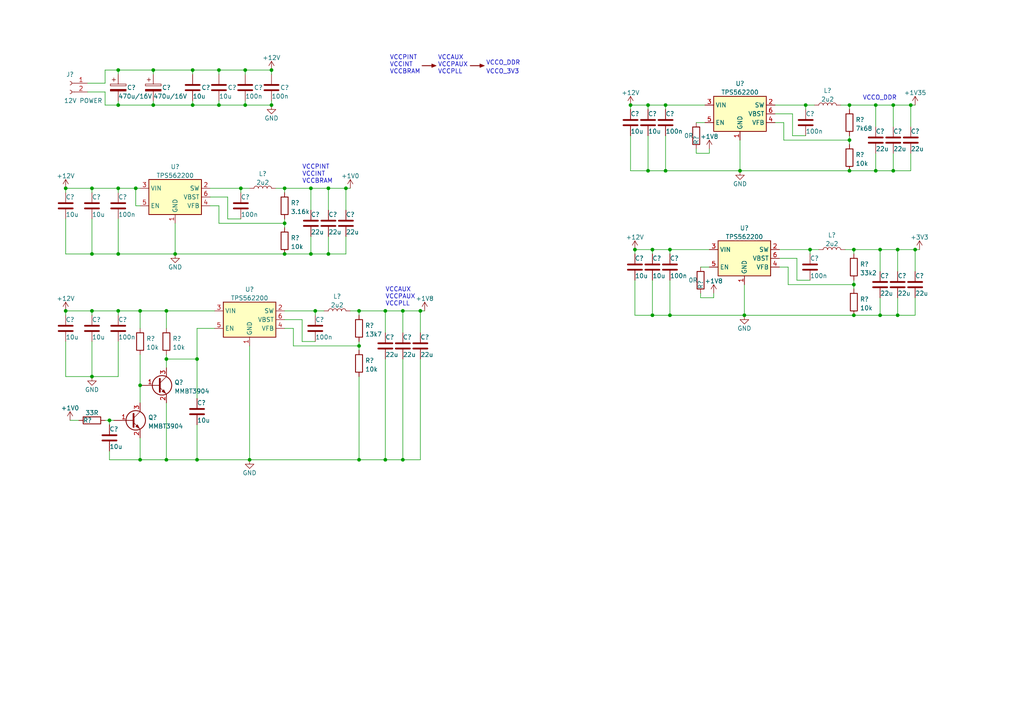
<source format=kicad_sch>
(kicad_sch (version 20211123) (generator eeschema)
  (paper "A4")
  (lib_symbols
    (symbol "Connector:Conn_01x02_Female" (pin_names (offset 1.016) hide)
      (property "Reference" "J" (at 0 2.54 0))
      (property "Value" "Conn_01x02_Female" (at 0 -5.08 0))
      (symbol "Conn_01x02_Female_1_1"
        (arc (start 0 -2.032) (mid -0.508 -2.54) (end 0 -3.048) (stroke (width 0.1524)))
        (polyline (pts (xy -1.27 -2.54) (xy -0.508 -2.54)) (stroke (width 0.1524)))
        (polyline (pts (xy -1.27 0) (xy -0.508 0)) (stroke (width 0.1524)))
        (arc (start 0 0.508) (mid -0.508 0) (end 0 -0.508) (stroke (width 0.1524)))
        (pin passive line (at -5.08 0 0) (length 3.81) (name "Pin_1") (number "1"))
        (pin passive line (at -5.08 -2.54 0) (length 3.81) (name "Pin_2") (number "2"))
      )
    )
    (symbol "Device:C" (pin_numbers hide) (pin_names (offset 0.254))
      (property "Reference" "C" (at 0.635 2.54 0))
      (property "Value" "C" (at 0.635 -2.54 0))
      (symbol "C_0_1"
        (polyline (pts (xy -2.032 -0.762) (xy 2.032 -0.762)) (stroke (width 0.508)))
        (polyline (pts (xy -2.032 0.762) (xy 2.032 0.762)) (stroke (width 0.508)))
      )
      (symbol "C_1_1"
        (pin passive line (at 0 3.81 270) (length 2.794) (name "~") (number "1"))
        (pin passive line (at 0 -3.81 90) (length 2.794) (name "~") (number "2"))
      )
    )
    (symbol "Device:C_Polarized" (pin_numbers hide) (pin_names (offset 0.254))
      (property "Reference" "C" (at 0.635 2.54 0))
      (property "Value" "C_Polarized" (at 0.635 -2.54 0))
      (symbol "C_Polarized_0_1"
        (rectangle (start -2.286 0.508) (end 2.286 1.016))
        (polyline (pts (xy -1.778 2.286) (xy -0.762 2.286)))
        (polyline (pts (xy -1.27 2.794) (xy -1.27 1.778)))
        (rectangle (start 2.286 -0.508) (end -2.286 -1.016) (fill (type outline)))
      )
      (symbol "C_Polarized_1_1"
        (pin passive line (at 0 3.81 270) (length 2.794) (name "~") (number "1"))
        (pin passive line (at 0 -3.81 90) (length 2.794) (name "~") (number "2"))
      )
    )
    (symbol "Device:L" (pin_numbers hide) (pin_names (offset 1.016) hide)
      (property "Reference" "L" (at -1.27 0 90))
      (property "Value" "L" (at 1.905 0 90))
      (symbol "L_0_1"
        (arc (start 0 -2.54) (mid 0.635 -1.905) (end 0 -1.27))
        (arc (start 0 -1.27) (mid 0.635 -0.635) (end 0 0))
        (arc (start 0 0) (mid 0.635 0.635) (end 0 1.27))
        (arc (start 0 1.27) (mid 0.635 1.905) (end 0 2.54))
      )
      (symbol "L_1_1"
        (pin passive line (at 0 3.81 270) (length 1.27) (name "1") (number "1"))
        (pin passive line (at 0 -3.81 90) (length 1.27) (name "2") (number "2"))
      )
    )
    (symbol "Device:R" (pin_numbers hide) (pin_names (offset 0))
      (property "Reference" "R" (at 2.032 0 90))
      (property "Value" "R" (at 0 0 90))
      (symbol "R_0_1"
        (rectangle (start -1.016 -2.54) (end 1.016 2.54) (stroke (width 0.254)))
      )
      (symbol "R_1_1"
        (pin passive line (at 0 3.81 270) (length 1.27) (name "~") (number "1"))
        (pin passive line (at 0 -3.81 90) (length 1.27) (name "~") (number "2"))
      )
    )
    (symbol "Graphic:SYM_Arrow_Small" (pin_names (offset 1.016))
      (symbol "SYM_Arrow_Small_0_1"
        (polyline (pts (xy 1.524 0) (xy -2.032 0)) (stroke (width 0.254)))
        (polyline (pts (xy 2.032 0) (xy 0.762 -0.508) (xy 0.762 0.508) (xy 2.032 0)) (fill (type outline)))
      )
    )
    (symbol "Regulator_Switching:TPS562200"
      (property "Reference" "U" (at -7.62 6.35 0))
      (property "Value" "TPS562200" (at -2.54 6.35 0))
      (symbol "TPS562200_0_1"
        (rectangle (start -7.62 5.08) (end 7.62 -5.08) (stroke (width 0.254)) (fill (type background)))
      )
      (symbol "TPS562200_1_1"
        (pin power_in line (at 0 -7.62 90) (length 2.54) (name "GND") (number "1"))
        (pin output line (at 10.16 2.54 180) (length 2.54) (name "SW") (number "2"))
        (pin power_in line (at -10.16 2.54 0) (length 2.54) (name "VIN") (number "3"))
        (pin input line (at 10.16 -2.54 180) (length 2.54) (name "VFB") (number "4"))
        (pin input line (at -10.16 -2.54 0) (length 2.54) (name "EN") (number "5"))
        (pin passive line (at 10.16 0 180) (length 2.54) (name "VBST") (number "6"))
      )
    )
    (symbol "Transistor_BJT:MMBT3904" (pin_names (offset 0) hide)
      (property "Reference" "Q" (at 5.08 1.905 0))
      (property "Value" "MMBT3904" (at 5.08 0 0))
      (symbol "MMBT3904_0_1"
        (polyline (pts (xy 0.635 0.635) (xy 2.54 2.54)))
        (polyline (pts (xy 0.635 -0.635) (xy 2.54 -2.54) (xy 2.54 -2.54)))
        (polyline (pts (xy 0.635 1.905) (xy 0.635 -1.905) (xy 0.635 -1.905)) (stroke (width 0.508)))
        (polyline (pts (xy 1.27 -1.778) (xy 1.778 -1.27) (xy 2.286 -2.286) (xy 1.27 -1.778) (xy 1.27 -1.778)) (fill (type outline)))
        (circle (center 1.27 0) (radius 2.8194) (stroke (width 0.254)))
      )
      (symbol "MMBT3904_1_1"
        (pin input line (at -5.08 0 0) (length 5.715) (name "B") (number "1"))
        (pin passive line (at 2.54 -5.08 90) (length 2.54) (name "E") (number "2"))
        (pin passive line (at 2.54 5.08 270) (length 2.54) (name "C") (number "3"))
      )
    )
    (symbol "power:+12V" (power) (pin_names (offset 0))
      (property "Value" "+12V" (at 0 3.556 0))
      (symbol "+12V_0_1"
        (polyline (pts (xy -0.762 1.27) (xy 0 2.54)))
        (polyline (pts (xy 0 0) (xy 0 2.54)))
        (polyline (pts (xy 0 2.54) (xy 0.762 1.27)))
      )
      (symbol "+12V_1_1"
        (pin power_in line (at 0 0 90) (length 0) hide (name "+12V") (number "1"))
      )
    )
    (symbol "power:+1V0" (power) (pin_names (offset 0))
      (property "Value" "+1V0" (at 0 3.556 0))
      (symbol "+1V0_0_1"
        (polyline (pts (xy -0.762 1.27) (xy 0 2.54)))
        (polyline (pts (xy 0 0) (xy 0 2.54)))
        (polyline (pts (xy 0 2.54) (xy 0.762 1.27)))
      )
      (symbol "+1V0_1_1"
        (pin power_in line (at 0 0 90) (length 0) hide (name "+1V0") (number "1"))
      )
    )
    (symbol "power:+1V35" (power) (pin_names (offset 0))
      (property "Value" "+1V35" (at 0 3.556 0))
      (symbol "+1V35_0_1"
        (polyline (pts (xy -0.762 1.27) (xy 0 2.54)))
        (polyline (pts (xy 0 0) (xy 0 2.54)))
        (polyline (pts (xy 0 2.54) (xy 0.762 1.27)))
      )
      (symbol "+1V35_1_1"
        (pin power_in line (at 0 0 90) (length 0) hide (name "+1V35") (number "1"))
      )
    )
    (symbol "power:+1V8" (power) (pin_names (offset 0))
      (property "Value" "+1V8" (at 0 3.556 0))
      (symbol "+1V8_0_1"
        (polyline (pts (xy -0.762 1.27) (xy 0 2.54)))
        (polyline (pts (xy 0 0) (xy 0 2.54)))
        (polyline (pts (xy 0 2.54) (xy 0.762 1.27)))
      )
      (symbol "+1V8_1_1"
        (pin power_in line (at 0 0 90) (length 0) hide (name "+1V8") (number "1"))
      )
    )
    (symbol "power:+3.3V" (power) (pin_names (offset 0))
      (property "Value" "+3.3V" (at 0 3.556 0))
      (symbol "+3.3V_0_1"
        (polyline (pts (xy -0.762 1.27) (xy 0 2.54)))
        (polyline (pts (xy 0 0) (xy 0 2.54)))
        (polyline (pts (xy 0 2.54) (xy 0.762 1.27)))
      )
      (symbol "+3.3V_1_1"
        (pin power_in line (at 0 0 90) (length 0) hide (name "+3V3") (number "1"))
      )
    )
    (symbol "power:GND" (power) (pin_names (offset 0))
      (property "Value" "GND" (at 0 -3.81 0))
      (symbol "GND_0_1"
        (polyline (pts (xy 0 0) (xy 0 -1.27) (xy 1.27 -1.27) (xy 0 -2.54) (xy -1.27 -1.27) (xy 0 -1.27)))
      )
      (symbol "GND_1_1"
        (pin power_in line (at 0 0 270) (length 0) hide (name "GND") (number "1"))
      )
    )
  )
  (junction (at 63.5 20.32))
  (junction (at 104.14 90.17))
  (junction (at 264.16 30.48))
  (junction (at 90.17 54.61))
  (junction (at 259.08 49.53))
  (junction (at 91.44 90.17))
  (junction (at 63.5 30.48))
  (junction (at 104.14 100.33))
  (junction (at 265.43 72.39))
  (junction (at 71.12 30.48))
  (junction (at 254 30.48))
  (junction (at 26.67 73.66))
  (junction (at 39.37 54.61))
  (junction (at 69.85 54.61))
  (junction (at 182.88 30.48))
  (junction (at 193.04 30.48))
  (junction (at 247.65 72.39))
  (junction (at 193.04 49.53))
  (junction (at 184.15 72.39))
  (junction (at 254 49.53))
  (junction (at 31.75 121.92))
  (junction (at 26.67 90.17))
  (junction (at 104.14 133.35))
  (junction (at 78.74 20.32))
  (junction (at 100.33 54.61))
  (junction (at 55.88 30.48))
  (junction (at 259.08 30.48))
  (junction (at 260.35 72.39))
  (junction (at 44.45 20.32))
  (junction (at 44.45 30.48))
  (junction (at 214.63 49.53))
  (junction (at 40.64 90.17))
  (junction (at 40.64 133.35))
  (junction (at 78.74 30.48))
  (junction (at 246.38 30.48))
  (junction (at 233.68 30.48))
  (junction (at 72.39 133.35))
  (junction (at 26.67 54.61))
  (junction (at 34.29 20.32))
  (junction (at 57.15 104.14))
  (junction (at 34.29 54.61))
  (junction (at 121.92 90.17))
  (junction (at 82.55 54.61))
  (junction (at 55.88 20.32))
  (junction (at 95.25 73.66))
  (junction (at 187.96 49.53))
  (junction (at 247.65 82.55))
  (junction (at 234.95 72.39))
  (junction (at 246.38 49.53))
  (junction (at 40.64 111.76))
  (junction (at 189.23 72.39))
  (junction (at 255.27 72.39))
  (junction (at 82.55 73.66))
  (junction (at 255.27 91.44))
  (junction (at 260.35 91.44))
  (junction (at 189.23 91.44))
  (junction (at 187.96 30.48))
  (junction (at 246.38 40.64))
  (junction (at 34.29 73.66))
  (junction (at 50.8 73.66))
  (junction (at 57.15 133.35))
  (junction (at 215.9 91.44))
  (junction (at 48.26 133.35))
  (junction (at 116.84 133.35))
  (junction (at 194.31 72.39))
  (junction (at 111.76 133.35))
  (junction (at 111.76 90.17))
  (junction (at 34.29 90.17))
  (junction (at 34.29 30.48))
  (junction (at 71.12 20.32))
  (junction (at 48.26 90.17))
  (junction (at 116.84 90.17))
  (junction (at 19.05 54.61))
  (junction (at 95.25 54.61))
  (junction (at 19.05 90.17))
  (junction (at 194.31 91.44))
  (junction (at 48.26 104.14))
  (junction (at 247.65 91.44))
  (junction (at 90.17 73.66))
  (junction (at 26.67 109.22))
  (junction (at 82.55 64.77))
  (wire (pts (xy 228.6 82.55) (xy 247.65 82.55)))
  (wire (pts (xy 243.84 30.48) (xy 246.38 30.48)))
  (wire (pts (xy 25.4 24.13) (xy 30.48 24.13)))
  (wire (pts (xy 40.64 90.17) (xy 48.26 90.17)))
  (wire (pts (xy 48.26 90.17) (xy 62.23 90.17)))
  (wire (pts (xy 34.29 29.21) (xy 34.29 30.48)))
  (wire (pts (xy 247.65 81.28) (xy 247.65 82.55)))
  (wire (pts (xy 95.25 60.96) (xy 95.25 54.61)))
  (wire (pts (xy 44.45 20.32) (xy 44.45 21.59)))
  (wire (pts (xy 101.6 90.17) (xy 104.14 90.17)))
  (wire (pts (xy 69.85 54.61) (xy 72.39 54.61)))
  (wire (pts (xy 72.39 100.33) (xy 72.39 133.35)))
  (wire (pts (xy 265.43 72.39) (xy 265.43 78.74)))
  (wire (pts (xy 34.29 55.88) (xy 34.29 54.61)))
  (wire (pts (xy 231.14 74.93) (xy 226.06 74.93)))
  (wire (pts (xy 254 30.48) (xy 254 36.83)))
  (wire (pts (xy 187.96 39.37) (xy 187.96 49.53)))
  (wire (pts (xy 40.64 133.35) (xy 40.64 127)))
  (wire (pts (xy 264.16 44.45) (xy 264.16 49.53)))
  (wire (pts (xy 214.63 40.64) (xy 214.63 49.53)))
  (wire (pts (xy 48.26 116.84) (xy 48.26 133.35)))
  (wire (pts (xy 26.67 55.88) (xy 26.67 54.61)))
  (wire (pts (xy 187.96 49.53) (xy 193.04 49.53)))
  (wire (pts (xy 189.23 72.39) (xy 194.31 72.39)))
  (wire (pts (xy 66.04 63.5) (xy 66.04 57.15)))
  (wire (pts (xy 91.44 90.17) (xy 91.44 91.44)))
  (wire (pts (xy 214.63 49.53) (xy 246.38 49.53)))
  (wire (pts (xy 184.15 91.44) (xy 184.15 81.28)))
  (wire (pts (xy 254 49.53) (xy 259.08 49.53)))
  (wire (pts (xy 246.38 49.53) (xy 254 49.53)))
  (wire (pts (xy 247.65 72.39) (xy 247.65 73.66)))
  (wire (pts (xy 31.75 130.81) (xy 31.75 133.35)))
  (wire (pts (xy 121.92 90.17) (xy 123.19 90.17)))
  (wire (pts (xy 34.29 20.32) (xy 44.45 20.32)))
  (wire (pts (xy 82.55 63.5) (xy 82.55 64.77)))
  (wire (pts (xy 189.23 81.28) (xy 189.23 91.44)))
  (wire (pts (xy 34.29 90.17) (xy 40.64 90.17)))
  (wire (pts (xy 30.48 24.13) (xy 30.48 20.32)))
  (wire (pts (xy 55.88 21.59) (xy 55.88 20.32)))
  (wire (pts (xy 224.79 30.48) (xy 233.68 30.48)))
  (wire (pts (xy 85.09 95.25) (xy 85.09 100.33)))
  (wire (pts (xy 265.43 86.36) (xy 265.43 91.44)))
  (wire (pts (xy 215.9 82.55) (xy 215.9 91.44)))
  (wire (pts (xy 48.26 104.14) (xy 57.15 104.14)))
  (wire (pts (xy 259.08 44.45) (xy 259.08 49.53)))
  (wire (pts (xy 82.55 95.25) (xy 85.09 95.25)))
  (wire (pts (xy 62.23 95.25) (xy 57.15 95.25)))
  (wire (pts (xy 40.64 133.35) (xy 48.26 133.35)))
  (wire (pts (xy 260.35 72.39) (xy 265.43 72.39)))
  (wire (pts (xy 260.35 78.74) (xy 260.35 72.39)))
  (wire (pts (xy 91.44 90.17) (xy 93.98 90.17)))
  (wire (pts (xy 203.2 77.47) (xy 205.74 77.47)))
  (wire (pts (xy 194.31 81.28) (xy 194.31 91.44)))
  (wire (pts (xy 82.55 54.61) (xy 90.17 54.61)))
  (wire (pts (xy 247.65 72.39) (xy 255.27 72.39)))
  (wire (pts (xy 233.68 39.37) (xy 229.87 39.37)))
  (wire (pts (xy 227.33 35.56) (xy 227.33 40.64)))
  (wire (pts (xy 104.14 133.35) (xy 111.76 133.35)))
  (wire (pts (xy 116.84 90.17) (xy 121.92 90.17)))
  (wire (pts (xy 50.8 73.66) (xy 82.55 73.66)))
  (wire (pts (xy 63.5 29.21) (xy 63.5 30.48)))
  (wire (pts (xy 72.39 133.35) (xy 104.14 133.35)))
  (wire (pts (xy 233.68 30.48) (xy 233.68 31.75)))
  (wire (pts (xy 26.67 99.06) (xy 26.67 109.22)))
  (wire (pts (xy 255.27 72.39) (xy 260.35 72.39)))
  (wire (pts (xy 187.96 31.75) (xy 187.96 30.48)))
  (wire (pts (xy 259.08 30.48) (xy 264.16 30.48)))
  (wire (pts (xy 184.15 72.39) (xy 189.23 72.39)))
  (wire (pts (xy 121.92 104.14) (xy 121.92 133.35)))
  (wire (pts (xy 66.04 57.15) (xy 60.96 57.15)))
  (wire (pts (xy 264.16 30.48) (xy 264.16 36.83)))
  (wire (pts (xy 26.67 90.17) (xy 34.29 90.17)))
  (wire (pts (xy 189.23 73.66) (xy 189.23 72.39)))
  (wire (pts (xy 31.75 133.35) (xy 40.64 133.35)))
  (wire (pts (xy 48.26 102.87) (xy 48.26 104.14)))
  (wire (pts (xy 116.84 104.14) (xy 116.84 133.35)))
  (wire (pts (xy 194.31 72.39) (xy 205.74 72.39)))
  (wire (pts (xy 40.64 102.87) (xy 40.64 111.76)))
  (wire (pts (xy 78.74 29.21) (xy 78.74 30.48)))
  (wire (pts (xy 254 44.45) (xy 254 49.53)))
  (wire (pts (xy 95.25 68.58) (xy 95.25 73.66)))
  (wire (pts (xy 34.29 91.44) (xy 34.29 90.17)))
  (wire (pts (xy 95.25 54.61) (xy 100.33 54.61)))
  (wire (pts (xy 246.38 30.48) (xy 246.38 31.75)))
  (wire (pts (xy 63.5 21.59) (xy 63.5 20.32)))
  (wire (pts (xy 194.31 91.44) (xy 215.9 91.44)))
  (wire (pts (xy 246.38 30.48) (xy 254 30.48)))
  (wire (pts (xy 80.01 54.61) (xy 82.55 54.61)))
  (wire (pts (xy 182.88 49.53) (xy 187.96 49.53)))
  (wire (pts (xy 194.31 73.66) (xy 194.31 72.39)))
  (wire (pts (xy 215.9 91.44) (xy 247.65 91.44)))
  (wire (pts (xy 91.44 99.06) (xy 87.63 99.06)))
  (wire (pts (xy 95.25 73.66) (xy 100.33 73.66)))
  (wire (pts (xy 207.01 85.09) (xy 207.01 86.36)))
  (wire (pts (xy 34.29 54.61) (xy 39.37 54.61)))
  (wire (pts (xy 71.12 29.21) (xy 71.12 30.48)))
  (wire (pts (xy 44.45 30.48) (xy 55.88 30.48)))
  (wire (pts (xy 193.04 49.53) (xy 214.63 49.53)))
  (wire (pts (xy 104.14 90.17) (xy 111.76 90.17)))
  (wire (pts (xy 87.63 92.71) (xy 82.55 92.71)))
  (wire (pts (xy 201.93 44.45) (xy 201.93 43.18)))
  (wire (pts (xy 234.95 72.39) (xy 237.49 72.39)))
  (wire (pts (xy 233.68 30.48) (xy 236.22 30.48)))
  (wire (pts (xy 19.05 90.17) (xy 26.67 90.17)))
  (wire (pts (xy 44.45 29.21) (xy 44.45 30.48)))
  (wire (pts (xy 78.74 20.32) (xy 71.12 20.32)))
  (wire (pts (xy 90.17 54.61) (xy 95.25 54.61)))
  (wire (pts (xy 228.6 77.47) (xy 228.6 82.55)))
  (wire (pts (xy 259.08 49.53) (xy 264.16 49.53)))
  (wire (pts (xy 111.76 90.17) (xy 111.76 96.52)))
  (wire (pts (xy 100.33 54.61) (xy 100.33 60.96)))
  (wire (pts (xy 226.06 72.39) (xy 234.95 72.39)))
  (wire (pts (xy 116.84 96.52) (xy 116.84 90.17)))
  (wire (pts (xy 100.33 68.58) (xy 100.33 73.66)))
  (wire (pts (xy 40.64 90.17) (xy 40.64 95.25)))
  (wire (pts (xy 19.05 54.61) (xy 26.67 54.61)))
  (wire (pts (xy 82.55 54.61) (xy 82.55 55.88)))
  (wire (pts (xy 100.33 54.61) (xy 101.6 54.61)))
  (wire (pts (xy 26.67 73.66) (xy 34.29 73.66)))
  (wire (pts (xy 87.63 99.06) (xy 87.63 92.71)))
  (wire (pts (xy 34.29 99.06) (xy 34.29 109.22)))
  (wire (pts (xy 26.67 54.61) (xy 34.29 54.61)))
  (wire (pts (xy 39.37 54.61) (xy 39.37 59.69)))
  (wire (pts (xy 30.48 121.92) (xy 31.75 121.92)))
  (wire (pts (xy 48.26 90.17) (xy 48.26 95.25)))
  (wire (pts (xy 184.15 91.44) (xy 189.23 91.44)))
  (wire (pts (xy 255.27 86.36) (xy 255.27 91.44)))
  (wire (pts (xy 187.96 30.48) (xy 193.04 30.48)))
  (wire (pts (xy 90.17 73.66) (xy 95.25 73.66)))
  (wire (pts (xy 90.17 54.61) (xy 90.17 60.96)))
  (wire (pts (xy 247.65 83.82) (xy 247.65 82.55)))
  (wire (pts (xy 31.75 121.92) (xy 33.02 121.92)))
  (wire (pts (xy 255.27 72.39) (xy 255.27 78.74)))
  (wire (pts (xy 26.67 109.22) (xy 34.29 109.22)))
  (wire (pts (xy 201.93 35.56) (xy 204.47 35.56)))
  (wire (pts (xy 205.74 43.18) (xy 205.74 44.45)))
  (wire (pts (xy 245.11 72.39) (xy 247.65 72.39)))
  (wire (pts (xy 50.8 64.77) (xy 50.8 73.66)))
  (wire (pts (xy 254 30.48) (xy 259.08 30.48)))
  (wire (pts (xy 19.05 55.88) (xy 19.05 54.61)))
  (wire (pts (xy 34.29 20.32) (xy 34.29 21.59)))
  (wire (pts (xy 48.26 133.35) (xy 57.15 133.35)))
  (wire (pts (xy 182.88 49.53) (xy 182.88 39.37)))
  (wire (pts (xy 229.87 39.37) (xy 229.87 33.02)))
  (wire (pts (xy 82.55 90.17) (xy 91.44 90.17)))
  (wire (pts (xy 19.05 109.22) (xy 26.67 109.22)))
  (wire (pts (xy 55.88 29.21) (xy 55.88 30.48)))
  (wire (pts (xy 121.92 90.17) (xy 121.92 96.52)))
  (wire (pts (xy 116.84 133.35) (xy 121.92 133.35)))
  (wire (pts (xy 78.74 21.59) (xy 78.74 20.32)))
  (wire (pts (xy 246.38 41.91) (xy 246.38 40.64)))
  (wire (pts (xy 55.88 30.48) (xy 63.5 30.48)))
  (wire (pts (xy 260.35 86.36) (xy 260.35 91.44)))
  (wire (pts (xy 205.74 44.45) (xy 201.93 44.45)))
  (wire (pts (xy 19.05 91.44) (xy 19.05 90.17)))
  (wire (pts (xy 34.29 30.48) (xy 44.45 30.48)))
  (wire (pts (xy 40.64 111.76) (xy 40.64 116.84)))
  (wire (pts (xy 104.14 133.35) (xy 104.14 109.22)))
  (wire (pts (xy 78.74 30.48) (xy 71.12 30.48)))
  (wire (pts (xy 60.96 59.69) (xy 63.5 59.69)))
  (wire (pts (xy 189.23 91.44) (xy 194.31 91.44)))
  (wire (pts (xy 90.17 68.58) (xy 90.17 73.66)))
  (wire (pts (xy 264.16 30.48) (xy 265.43 30.48)))
  (wire (pts (xy 69.85 54.61) (xy 69.85 55.88)))
  (wire (pts (xy 82.55 66.04) (xy 82.55 64.77)))
  (wire (pts (xy 255.27 91.44) (xy 260.35 91.44)))
  (wire (pts (xy 227.33 40.64) (xy 246.38 40.64)))
  (wire (pts (xy 19.05 73.66) (xy 19.05 63.5)))
  (wire (pts (xy 193.04 39.37) (xy 193.04 49.53)))
  (wire (pts (xy 25.4 26.67) (xy 30.48 26.67)))
  (wire (pts (xy 34.29 63.5) (xy 34.29 73.66)))
  (wire (pts (xy 26.67 63.5) (xy 26.67 73.66)))
  (wire (pts (xy 31.75 121.92) (xy 31.75 123.19)))
  (wire (pts (xy 111.76 133.35) (xy 116.84 133.35)))
  (wire (pts (xy 30.48 20.32) (xy 34.29 20.32)))
  (wire (pts (xy 229.87 33.02) (xy 224.79 33.02)))
  (wire (pts (xy 30.48 26.67) (xy 30.48 30.48)))
  (wire (pts (xy 69.85 63.5) (xy 66.04 63.5)))
  (wire (pts (xy 57.15 123.19) (xy 57.15 133.35)))
  (wire (pts (xy 26.67 91.44) (xy 26.67 90.17)))
  (wire (pts (xy 57.15 133.35) (xy 72.39 133.35)))
  (wire (pts (xy 71.12 21.59) (xy 71.12 20.32)))
  (wire (pts (xy 19.05 73.66) (xy 26.67 73.66)))
  (wire (pts (xy 111.76 90.17) (xy 116.84 90.17)))
  (wire (pts (xy 111.76 104.14) (xy 111.76 133.35)))
  (wire (pts (xy 19.05 109.22) (xy 19.05 99.06)))
  (wire (pts (xy 247.65 91.44) (xy 255.27 91.44)))
  (wire (pts (xy 184.15 73.66) (xy 184.15 72.39)))
  (wire (pts (xy 104.14 99.06) (xy 104.14 100.33)))
  (wire (pts (xy 265.43 72.39) (xy 266.7 72.39)))
  (wire (pts (xy 60.96 54.61) (xy 69.85 54.61)))
  (wire (pts (xy 182.88 30.48) (xy 187.96 30.48)))
  (wire (pts (xy 55.88 20.32) (xy 44.45 20.32)))
  (wire (pts (xy 71.12 30.48) (xy 63.5 30.48)))
  (wire (pts (xy 231.14 81.28) (xy 231.14 74.93)))
  (wire (pts (xy 30.48 30.48) (xy 34.29 30.48)))
  (wire (pts (xy 20.32 121.92) (xy 22.86 121.92)))
  (wire (pts (xy 39.37 59.69) (xy 40.64 59.69)))
  (wire (pts (xy 104.14 101.6) (xy 104.14 100.33)))
  (wire (pts (xy 203.2 86.36) (xy 203.2 85.09)))
  (wire (pts (xy 224.79 35.56) (xy 227.33 35.56)))
  (wire (pts (xy 182.88 31.75) (xy 182.88 30.48)))
  (wire (pts (xy 48.26 104.14) (xy 48.26 106.68)))
  (wire (pts (xy 226.06 77.47) (xy 228.6 77.47)))
  (wire (pts (xy 234.95 81.28) (xy 231.14 81.28)))
  (wire (pts (xy 57.15 95.25) (xy 57.15 104.14)))
  (wire (pts (xy 39.37 54.61) (xy 40.64 54.61)))
  (wire (pts (xy 71.12 20.32) (xy 63.5 20.32)))
  (wire (pts (xy 82.55 73.66) (xy 90.17 73.66)))
  (wire (pts (xy 85.09 100.33) (xy 104.14 100.33)))
  (wire (pts (xy 63.5 20.32) (xy 55.88 20.32)))
  (wire (pts (xy 246.38 39.37) (xy 246.38 40.64)))
  (wire (pts (xy 207.01 86.36) (xy 203.2 86.36)))
  (wire (pts (xy 234.95 72.39) (xy 234.95 73.66)))
  (wire (pts (xy 259.08 36.83) (xy 259.08 30.48)))
  (wire (pts (xy 63.5 59.69) (xy 63.5 64.77)))
  (wire (pts (xy 63.5 64.77) (xy 82.55 64.77)))
  (wire (pts (xy 57.15 104.14) (xy 57.15 115.57)))
  (wire (pts (xy 260.35 91.44) (xy 265.43 91.44)))
  (wire (pts (xy 104.14 90.17) (xy 104.14 91.44)))
  (wire (pts (xy 193.04 30.48) (xy 204.47 30.48)))
  (wire (pts (xy 193.04 31.75) (xy 193.04 30.48)))
  (wire (pts (xy 34.29 73.66) (xy 50.8 73.66)))
  (text "VCCAUX\nVCCPAUX\nVCCPLL" (at 127 21.59 0) (effects (font (size 1.27 1.27)) (justify left bottom)))
  (text "VCCAUX\nVCCPAUX\nVCCPLL" (at 111.76 88.9 0) (effects (font (size 1.27 1.27)) (justify left bottom)))
  (text "VCCO_DDR" (at 250.19 29.21 0) (effects (font (size 1.27 1.27)) (justify left bottom)))
  (text "VCCO_3V3" (at 140.97 21.59 0) (effects (font (size 1.27 1.27)) (justify left bottom)))
  (text "VCCO_DDR" (at 140.97 19.05 0) (effects (font (size 1.27 1.27)) (justify left bottom)))
  (text "VCCPINT\nVCCINT\nVCCBRAM" (at 113.03 21.59 0) (effects (font (size 1.27 1.27)) (justify left bottom)))
  (text "VCCPINT\nVCCINT\nVCCBRAM" (at 87.63 53.34 0) (effects (font (size 1.27 1.27)) (justify left bottom)))
  (symbol (lib_id "Regulator_Switching:TPS562200") (at 50.8 57.15 0) (unit 1)
    (property "Reference" "U?" (at 50.8 48.3702 0))
    (property "Value" "TPS562200" (at 50.8 50.9071 0))
    (property "Footprint" "Package_TO_SOT_SMD:SOT-23-6" (effects hide))
    (property "Datasheet" "http://www.ti.com/lit/ds/symlink/tps563200.pdf" (effects hide))
  )
  (symbol (lib_id "Device:C") (at 26.67 95.25 0) (unit 1)
    (property "Reference" "C?" (at 26.67 92.71 0) (effects (justify left)))
    (property "Value" "10u" (at 26.67 97.79 0) (effects (justify left)))
  )
  (symbol (lib_id "Device:C") (at 34.29 59.69 0) (unit 1)
    (property "Reference" "C?" (at 34.29 57.15 0) (effects (justify left)))
    (property "Value" "100n" (at 34.29 62.23 0) (effects (justify left)))
  )
  (symbol (lib_id "Device:R") (at 247.65 87.63 0) (unit 1)
    (property "Reference" "R?" (at 249.428 86.7953 0) (effects (justify left)))
    (property "Value" "10k" (at 249.428 89.3322 0) (effects (justify left)))
  )
  (symbol (lib_id "Device:R") (at 203.2 81.28 180) (unit 1)
    (property "Reference" "R?" (at 203.2 82.55 90))
    (property "Value" "0R" (at 201.0211 81.28 0))
  )
  (symbol (lib_id "power:+12V") (at 19.05 54.61 0) (unit 1)
    (property "Reference" "#PWR?" (effects hide))
    (property "Value" "+12V" (at 19.05 51.0342 0))
  )
  (symbol (lib_id "Device:C") (at 31.75 127 0) (unit 1)
    (property "Reference" "C?" (at 31.75 124.46 0) (effects (justify left)))
    (property "Value" "10u" (at 31.75 129.54 0) (effects (justify left)))
  )
  (symbol (lib_id "Device:C") (at 100.33 64.77 0) (unit 1)
    (property "Reference" "C?" (at 100.33 62.23 0) (effects (justify left)))
    (property "Value" "22u" (at 100.33 67.31 0) (effects (justify left)))
  )
  (symbol (lib_id "Device:C") (at 111.76 100.33 0) (unit 1)
    (property "Reference" "C?" (at 111.76 97.79 0) (effects (justify left)))
    (property "Value" "22u" (at 111.76 102.87 0) (effects (justify left)))
  )
  (symbol (lib_id "power:GND") (at 72.39 133.35 0) (unit 1)
    (property "Reference" "#PWR?" (effects hide))
    (property "Value" "GND" (at 72.39 137.16 0))
  )
  (symbol (lib_id "power:+12V") (at 182.88 30.48 0) (unit 1)
    (property "Reference" "#PWR?" (effects hide))
    (property "Value" "+12V" (at 182.88 26.9042 0))
  )
  (symbol (lib_id "Device:C") (at 193.04 35.56 0) (unit 1)
    (property "Reference" "C?" (at 193.04 33.02 0) (effects (justify left)))
    (property "Value" "100n" (at 193.04 38.1 0) (effects (justify left)))
  )
  (symbol (lib_id "Device:C") (at 182.88 35.56 0) (unit 1)
    (property "Reference" "C?" (at 182.88 33.02 0) (effects (justify left)))
    (property "Value" "10u" (at 182.88 38.1 0) (effects (justify left)))
  )
  (symbol (lib_id "Device:R") (at 104.14 95.25 0) (unit 1)
    (property "Reference" "R?" (at 105.918 94.4153 0) (effects (justify left)))
    (property "Value" "13k7" (at 105.918 96.9522 0) (effects (justify left)))
  )
  (symbol (lib_id "Device:L") (at 97.79 90.17 90) (unit 1)
    (property "Reference" "L?" (at 97.79 85.9622 90))
    (property "Value" "2u2" (at 97.79 88.4991 90))
  )
  (symbol (lib_id "Transistor_BJT:MMBT3904") (at 45.72 111.76 0) (unit 1)
    (property "Reference" "Q?" (at 50.5714 110.9253 0) (effects (justify left)))
    (property "Value" "MMBT3904" (at 50.5714 113.4622 0) (effects (justify left)))
    (property "Footprint" "Package_TO_SOT_SMD:SOT-23" (effects hide))
    (property "Datasheet" "https://www.onsemi.com/pub/Collateral/2N3903-D.PDF" (effects hide))
  )
  (symbol (lib_id "power:GND") (at 26.67 109.22 0) (unit 1)
    (property "Reference" "#PWR?" (effects hide))
    (property "Value" "GND" (at 26.67 113.03 0))
  )
  (symbol (lib_id "Device:C") (at 19.05 59.69 0) (unit 1)
    (property "Reference" "C?" (at 19.05 57.15 0) (effects (justify left)))
    (property "Value" "10u" (at 19.05 62.23 0) (effects (justify left)))
  )
  (symbol (lib_id "Device:C_Polarized") (at 44.45 25.4 0) (unit 1)
    (property "Reference" "C?" (at 46.99 25.4 0) (effects (justify left)))
    (property "Value" "470u/16V" (at 44.45 27.94 0) (effects (justify left)))
    (property "Footprint" "Capacitor_SMD:CP_Elec_8x10.5" (effects hide))
  )
  (symbol (lib_id "Device:C_Polarized") (at 34.29 25.4 0) (unit 1)
    (property "Reference" "C?" (at 36.83 25.4 0) (effects (justify left)))
    (property "Value" "470u/16V" (at 34.29 27.94 0) (effects (justify left)))
    (property "Footprint" "Capacitor_SMD:CP_Elec_8x10.5" (effects hide))
  )
  (symbol (lib_id "power:+12V") (at 19.05 90.17 0) (unit 1)
    (property "Reference" "#PWR?" (effects hide))
    (property "Value" "+12V" (at 19.05 86.5942 0))
  )
  (symbol (lib_id "Graphic:SYM_Arrow_Small") (at 124.46 19.05 0) (unit 1)
    (property "Reference" "#SYM?" (effects hide))
    (property "Value" "SYM_Arrow_Small" (effects hide))
  )
  (symbol (lib_id "Regulator_Switching:TPS562200") (at 214.63 33.02 0) (unit 1)
    (property "Reference" "U?" (at 214.63 24.2402 0))
    (property "Value" "TPS562200" (at 214.63 26.7771 0))
    (property "Footprint" "Package_TO_SOT_SMD:SOT-23-6" (effects hide))
    (property "Datasheet" "http://www.ti.com/lit/ds/symlink/tps563200.pdf" (effects hide))
  )
  (symbol (lib_id "Device:L") (at 241.3 72.39 90) (unit 1)
    (property "Reference" "L?" (at 241.3 68.1822 90))
    (property "Value" "2u2" (at 241.3 70.7191 90))
  )
  (symbol (lib_id "power:GND") (at 214.63 49.53 0) (unit 1)
    (property "Reference" "#PWR?" (effects hide))
    (property "Value" "GND" (at 214.63 53.34 0))
  )
  (symbol (lib_id "power:+1V0") (at 101.6 54.61 0) (unit 1)
    (property "Reference" "#PWR?" (effects hide))
    (property "Value" "+1V0" (at 101.6 51.0342 0))
  )
  (symbol (lib_id "Device:C") (at 71.12 25.4 0) (unit 1)
    (property "Reference" "C?" (at 73.66 25.4 0) (effects (justify left)))
    (property "Value" "100n" (at 71.12 27.94 0) (effects (justify left)))
  )
  (symbol (lib_id "Device:C") (at 69.85 59.69 0) (unit 1)
    (property "Reference" "C?" (at 69.85 57.15 0) (effects (justify left)))
    (property "Value" "100n" (at 69.85 62.23 0) (effects (justify left)))
  )
  (symbol (lib_id "Device:C") (at 26.67 59.69 0) (unit 1)
    (property "Reference" "C?" (at 26.67 57.15 0) (effects (justify left)))
    (property "Value" "10u" (at 26.67 62.23 0) (effects (justify left)))
  )
  (symbol (lib_id "Device:C") (at 234.95 77.47 0) (unit 1)
    (property "Reference" "C?" (at 234.95 74.93 0) (effects (justify left)))
    (property "Value" "100n" (at 234.95 80.01 0) (effects (justify left)))
  )
  (symbol (lib_id "Device:C") (at 189.23 77.47 0) (unit 1)
    (property "Reference" "C?" (at 189.23 74.93 0) (effects (justify left)))
    (property "Value" "10u" (at 189.23 80.01 0) (effects (justify left)))
  )
  (symbol (lib_id "power:+1V0") (at 20.32 121.92 0) (unit 1)
    (property "Reference" "#PWR?" (effects hide))
    (property "Value" "+1V0" (at 20.32 118.3442 0))
  )
  (symbol (lib_id "Device:L") (at 240.03 30.48 90) (unit 1)
    (property "Reference" "L?" (at 240.03 26.2722 90))
    (property "Value" "2u2" (at 240.03 28.8091 90))
  )
  (symbol (lib_id "Connector:Conn_01x02_Female") (at 20.32 24.13 0) (mirror y) (unit 1)
    (property "Reference" "J?" (at 20.32 21.59 0))
    (property "Value" "12V POWER" (at 24.13 29.21 0))
  )
  (symbol (lib_id "Device:R") (at 246.38 35.56 0) (unit 1)
    (property "Reference" "R?" (at 248.158 34.7253 0) (effects (justify left)))
    (property "Value" "7k68" (at 248.158 37.2622 0) (effects (justify left)))
  )
  (symbol (lib_id "Device:R") (at 26.67 121.92 90) (unit 1)
    (property "Reference" "R?" (at 25.4 121.92 90))
    (property "Value" "33R" (at 26.67 119.7411 90))
  )
  (symbol (lib_id "Device:R") (at 82.55 59.69 0) (unit 1)
    (property "Reference" "R?" (at 84.328 58.8553 0) (effects (justify left)))
    (property "Value" "3.16k" (at 84.328 61.3922 0) (effects (justify left)))
  )
  (symbol (lib_id "Device:C") (at 121.92 100.33 0) (unit 1)
    (property "Reference" "C?" (at 121.92 97.79 0) (effects (justify left)))
    (property "Value" "22u" (at 121.92 102.87 0) (effects (justify left)))
  )
  (symbol (lib_id "Device:C") (at 254 40.64 0) (unit 1)
    (property "Reference" "C?" (at 254 38.1 0) (effects (justify left)))
    (property "Value" "22u" (at 254 43.18 0) (effects (justify left)))
  )
  (symbol (lib_id "Device:C") (at 187.96 35.56 0) (unit 1)
    (property "Reference" "C?" (at 187.96 33.02 0) (effects (justify left)))
    (property "Value" "10u" (at 187.96 38.1 0) (effects (justify left)))
  )
  (symbol (lib_id "Device:R") (at 247.65 77.47 0) (unit 1)
    (property "Reference" "R?" (at 249.428 76.6353 0) (effects (justify left)))
    (property "Value" "33k2" (at 249.428 79.1722 0) (effects (justify left)))
  )
  (symbol (lib_id "power:+1V8") (at 205.74 43.18 0) (unit 1)
    (property "Reference" "#PWR?" (effects hide))
    (property "Value" "+1V8" (at 205.74 39.6042 0))
  )
  (symbol (lib_id "Device:R") (at 104.14 105.41 0) (unit 1)
    (property "Reference" "R?" (at 105.918 104.5753 0) (effects (justify left)))
    (property "Value" "10k" (at 105.918 107.1122 0) (effects (justify left)))
  )
  (symbol (lib_id "power:+3.3V") (at 266.7 72.39 0) (unit 1)
    (property "Reference" "#PWR?" (effects hide))
    (property "Value" "+3.3V" (at 266.7 68.8142 0))
  )
  (symbol (lib_id "Transistor_BJT:MMBT3904") (at 38.1 121.92 0) (unit 1)
    (property "Reference" "Q?" (at 42.9514 121.0853 0) (effects (justify left)))
    (property "Value" "MMBT3904" (at 42.9514 123.6222 0) (effects (justify left)))
    (property "Footprint" "Package_TO_SOT_SMD:SOT-23" (effects hide))
    (property "Datasheet" "https://www.onsemi.com/pub/Collateral/2N3903-D.PDF" (effects hide))
  )
  (symbol (lib_id "Device:R") (at 201.93 39.37 180) (unit 1)
    (property "Reference" "R?" (at 201.93 40.64 90))
    (property "Value" "0R" (at 199.7511 39.37 0))
  )
  (symbol (lib_id "Device:C") (at 265.43 82.55 0) (unit 1)
    (property "Reference" "C?" (at 265.43 80.01 0) (effects (justify left)))
    (property "Value" "22u" (at 265.43 85.09 0) (effects (justify left)))
  )
  (symbol (lib_id "Device:R") (at 82.55 69.85 0) (unit 1)
    (property "Reference" "R?" (at 84.328 69.0153 0) (effects (justify left)))
    (property "Value" "10k" (at 84.328 71.5522 0) (effects (justify left)))
  )
  (symbol (lib_id "power:+1V35") (at 265.43 30.48 0) (unit 1)
    (property "Reference" "#PWR?" (effects hide))
    (property "Value" "+1V35" (at 265.43 26.9042 0))
  )
  (symbol (lib_id "power:+1V8") (at 123.19 90.17 0) (unit 1)
    (property "Reference" "#PWR?" (effects hide))
    (property "Value" "+1V8" (at 123.19 86.5942 0))
  )
  (symbol (lib_id "Device:C") (at 233.68 35.56 0) (unit 1)
    (property "Reference" "C?" (at 233.68 33.02 0) (effects (justify left)))
    (property "Value" "100n" (at 233.68 38.1 0) (effects (justify left)))
  )
  (symbol (lib_id "Device:C") (at 184.15 77.47 0) (unit 1)
    (property "Reference" "C?" (at 184.15 74.93 0) (effects (justify left)))
    (property "Value" "10u" (at 184.15 80.01 0) (effects (justify left)))
  )
  (symbol (lib_id "Device:C") (at 90.17 64.77 0) (unit 1)
    (property "Reference" "C?" (at 90.17 62.23 0) (effects (justify left)))
    (property "Value" "22u" (at 90.17 67.31 0) (effects (justify left)))
  )
  (symbol (lib_id "Device:C") (at 255.27 82.55 0) (unit 1)
    (property "Reference" "C?" (at 255.27 80.01 0) (effects (justify left)))
    (property "Value" "22u" (at 255.27 85.09 0) (effects (justify left)))
  )
  (symbol (lib_id "power:+1V8") (at 207.01 85.09 0) (unit 1)
    (property "Reference" "#PWR?" (effects hide))
    (property "Value" "+1V8" (at 207.01 81.5142 0))
  )
  (symbol (lib_id "Regulator_Switching:TPS562200") (at 72.39 92.71 0) (unit 1)
    (property "Reference" "U?" (at 72.39 83.9302 0))
    (property "Value" "TPS562200" (at 72.39 86.4671 0))
    (property "Footprint" "Package_TO_SOT_SMD:SOT-23-6" (effects hide))
    (property "Datasheet" "http://www.ti.com/lit/ds/symlink/tps563200.pdf" (effects hide))
  )
  (symbol (lib_id "Device:R") (at 246.38 45.72 0) (unit 1)
    (property "Reference" "R?" (at 248.158 44.8853 0) (effects (justify left)))
    (property "Value" "10k" (at 248.158 47.4222 0) (effects (justify left)))
  )
  (symbol (lib_id "Regulator_Switching:TPS562200") (at 215.9 74.93 0) (unit 1)
    (property "Reference" "U?" (at 215.9 66.1502 0))
    (property "Value" "TPS562200" (at 215.9 68.6871 0))
    (property "Footprint" "Package_TO_SOT_SMD:SOT-23-6" (effects hide))
    (property "Datasheet" "http://www.ti.com/lit/ds/symlink/tps563200.pdf" (effects hide))
  )
  (symbol (lib_id "Device:R") (at 48.26 99.06 0) (unit 1)
    (property "Reference" "R?" (at 50.038 98.2253 0) (effects (justify left)))
    (property "Value" "10k" (at 50.038 100.7622 0) (effects (justify left)))
  )
  (symbol (lib_id "power:+12V") (at 184.15 72.39 0) (unit 1)
    (property "Reference" "#PWR?" (effects hide))
    (property "Value" "+12V" (at 184.15 68.8142 0))
  )
  (symbol (lib_id "power:GND") (at 215.9 91.44 0) (unit 1)
    (property "Reference" "#PWR?" (effects hide))
    (property "Value" "GND" (at 215.9 95.25 0))
  )
  (symbol (lib_id "Device:C") (at 55.88 25.4 0) (unit 1)
    (property "Reference" "C?" (at 58.42 25.4 0) (effects (justify left)))
    (property "Value" "10u" (at 55.88 27.94 0) (effects (justify left)))
  )
  (symbol (lib_id "Device:C") (at 194.31 77.47 0) (unit 1)
    (property "Reference" "C?" (at 194.31 74.93 0) (effects (justify left)))
    (property "Value" "100n" (at 194.31 80.01 0) (effects (justify left)))
  )
  (symbol (lib_id "Device:C") (at 95.25 64.77 0) (unit 1)
    (property "Reference" "C?" (at 95.25 62.23 0) (effects (justify left)))
    (property "Value" "22u" (at 95.25 67.31 0) (effects (justify left)))
  )
  (symbol (lib_id "Device:C") (at 259.08 40.64 0) (unit 1)
    (property "Reference" "C?" (at 259.08 38.1 0) (effects (justify left)))
    (property "Value" "22u" (at 259.08 43.18 0) (effects (justify left)))
  )
  (symbol (lib_id "Device:C") (at 91.44 95.25 0) (unit 1)
    (property "Reference" "C?" (at 91.44 92.71 0) (effects (justify left)))
    (property "Value" "100n" (at 91.44 97.79 0) (effects (justify left)))
  )
  (symbol (lib_id "Device:C") (at 78.74 25.4 0) (unit 1)
    (property "Reference" "C?" (at 81.28 25.4 0) (effects (justify left)))
    (property "Value" "100n" (at 78.74 27.94 0) (effects (justify left)))
  )
  (symbol (lib_id "power:GND") (at 78.74 30.48 0) (unit 1)
    (property "Reference" "#PWR?" (effects hide))
    (property "Value" "GND" (at 78.74 34.29 0))
  )
  (symbol (lib_id "Device:C") (at 34.29 95.25 0) (unit 1)
    (property "Reference" "C?" (at 34.29 92.71 0) (effects (justify left)))
    (property "Value" "100n" (at 34.29 97.79 0) (effects (justify left)))
  )
  (symbol (lib_id "Device:C") (at 116.84 100.33 0) (unit 1)
    (property "Reference" "C?" (at 116.84 97.79 0) (effects (justify left)))
    (property "Value" "22u" (at 116.84 102.87 0) (effects (justify left)))
  )
  (symbol (lib_id "Device:L") (at 76.2 54.61 90) (unit 1)
    (property "Reference" "L?" (at 76.2 50.4022 90))
    (property "Value" "2u2" (at 76.2 52.9391 90))
  )
  (symbol (lib_id "power:+12V") (at 78.74 20.32 0) (unit 1)
    (property "Reference" "#PWR?" (effects hide))
    (property "Value" "+12V" (at 78.74 16.7442 0))
  )
  (symbol (lib_id "Device:C") (at 260.35 82.55 0) (unit 1)
    (property "Reference" "C?" (at 260.35 80.01 0) (effects (justify left)))
    (property "Value" "22u" (at 260.35 85.09 0) (effects (justify left)))
  )
  (symbol (lib_id "power:GND") (at 50.8 73.66 0) (unit 1)
    (property "Reference" "#PWR?" (effects hide))
    (property "Value" "GND" (at 50.8 77.47 0))
  )
  (symbol (lib_id "Graphic:SYM_Arrow_Small") (at 138.43 19.05 0) (unit 1)
    (property "Reference" "#SYM?" (effects hide))
    (property "Value" "SYM_Arrow_Small" (effects hide))
  )
  (symbol (lib_id "Device:C") (at 63.5 25.4 0) (unit 1)
    (property "Reference" "C?" (at 66.04 25.4 0) (effects (justify left)))
    (property "Value" "10u" (at 63.5 27.94 0) (effects (justify left)))
  )
  (symbol (lib_id "Device:R") (at 40.64 99.06 0) (unit 1)
    (property "Reference" "R?" (at 42.418 98.2253 0) (effects (justify left)))
    (property "Value" "10k" (at 42.418 100.7622 0) (effects (justify left)))
  )
  (symbol (lib_id "Device:C") (at 19.05 95.25 0) (unit 1)
    (property "Reference" "C?" (at 19.05 92.71 0) (effects (justify left)))
    (property "Value" "10u" (at 19.05 97.79 0) (effects (justify left)))
  )
  (symbol (lib_id "Device:C") (at 57.15 119.38 0) (unit 1)
    (property "Reference" "C?" (at 57.15 116.84 0) (effects (justify left)))
    (property "Value" "10u" (at 57.15 121.92 0) (effects (justify left)))
  )
  (symbol (lib_id "Device:C") (at 264.16 40.64 0) (unit 1)
    (property "Reference" "C?" (at 264.16 38.1 0) (effects (justify left)))
    (property "Value" "22u" (at 264.16 43.18 0) (effects (justify left)))
  )
)
</source>
